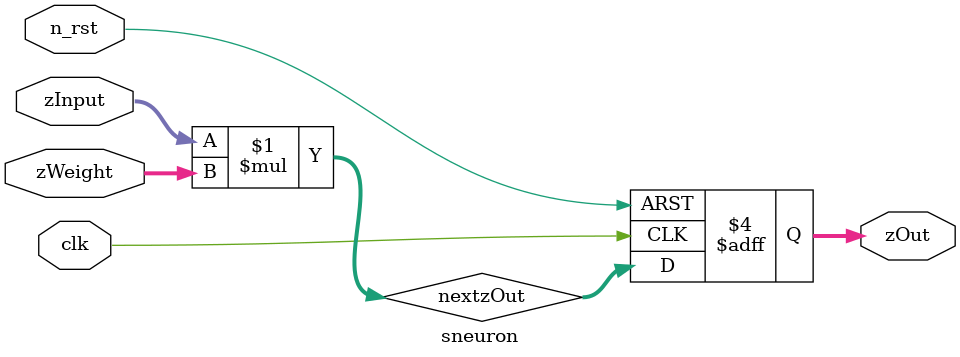
<source format=sv>

module sneuron(
  input wire clk,
  input wire n_rst,
  input wire signed [13:0] zInput,
  input wire signed [4:0] zWeight, 
  output reg signed [16:0] zOut
  );
  
  wire signed [16:0] nextzOut;
  
  assign nextzOut = zInput * zWeight;
  
  always @ (posedge clk, negedge n_rst) begin
    if(n_rst == 0) begin
      zOut <= 0;
    end else begin
      zOut <= nextzOut;
    end
  end
  
endmodule
</source>
